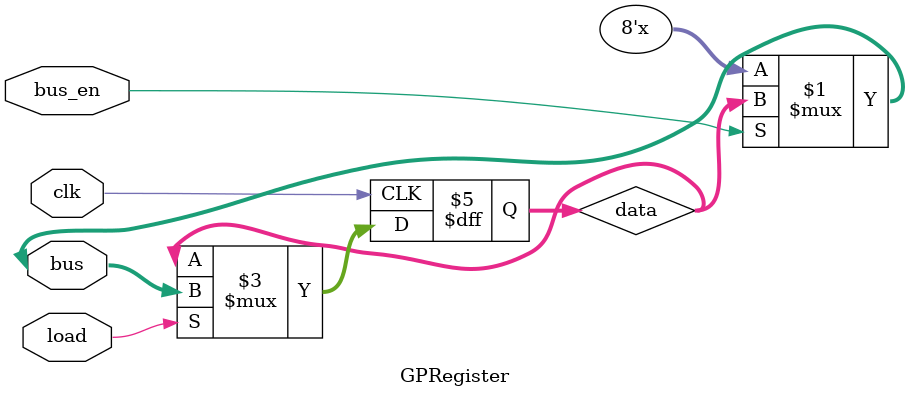
<source format=v>
`timescale 1ns / 1ps


module GPRegister(
    input clk,
    inout [7:0] bus,
    input load,
    input bus_en
);
    reg [7:0] data;
    assign bus = bus_en ? data : 8'bz;
    always @ (posedge clk) if (load) data <= bus;
endmodule

</source>
